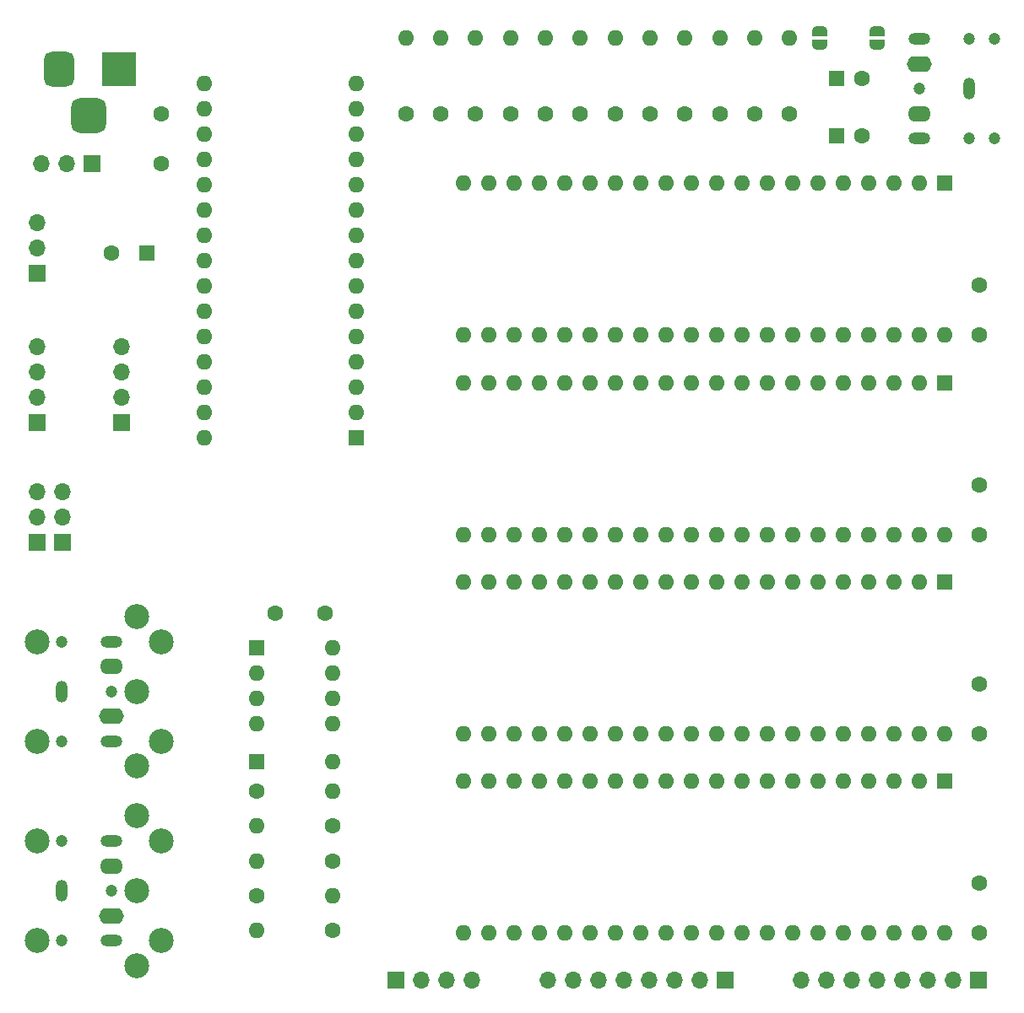
<source format=gbr>
%TF.GenerationSoftware,KiCad,Pcbnew,8.0.7*%
%TF.CreationDate,2025-07-29T19:22:15+01:00*%
%TF.ProjectId,AY-3-8910 Experimenter,41592d33-2d38-4393-9130-204578706572,rev?*%
%TF.SameCoordinates,Original*%
%TF.FileFunction,Soldermask,Top*%
%TF.FilePolarity,Negative*%
%FSLAX46Y46*%
G04 Gerber Fmt 4.6, Leading zero omitted, Abs format (unit mm)*
G04 Created by KiCad (PCBNEW 8.0.7) date 2025-07-29 19:22:15*
%MOMM*%
%LPD*%
G01*
G04 APERTURE LIST*
G04 Aperture macros list*
%AMRoundRect*
0 Rectangle with rounded corners*
0 $1 Rounding radius*
0 $2 $3 $4 $5 $6 $7 $8 $9 X,Y pos of 4 corners*
0 Add a 4 corners polygon primitive as box body*
4,1,4,$2,$3,$4,$5,$6,$7,$8,$9,$2,$3,0*
0 Add four circle primitives for the rounded corners*
1,1,$1+$1,$2,$3*
1,1,$1+$1,$4,$5*
1,1,$1+$1,$6,$7*
1,1,$1+$1,$8,$9*
0 Add four rect primitives between the rounded corners*
20,1,$1+$1,$2,$3,$4,$5,0*
20,1,$1+$1,$4,$5,$6,$7,0*
20,1,$1+$1,$6,$7,$8,$9,0*
20,1,$1+$1,$8,$9,$2,$3,0*%
%AMFreePoly0*
4,1,19,0.500000,-0.750000,0.000000,-0.750000,0.000000,-0.744911,-0.071157,-0.744911,-0.207708,-0.704816,-0.327430,-0.627875,-0.420627,-0.520320,-0.479746,-0.390866,-0.500000,-0.250000,-0.500000,0.250000,-0.479746,0.390866,-0.420627,0.520320,-0.327430,0.627875,-0.207708,0.704816,-0.071157,0.744911,0.000000,0.744911,0.000000,0.750000,0.500000,0.750000,0.500000,-0.750000,0.500000,-0.750000,
$1*%
%AMFreePoly1*
4,1,19,0.000000,0.744911,0.071157,0.744911,0.207708,0.704816,0.327430,0.627875,0.420627,0.520320,0.479746,0.390866,0.500000,0.250000,0.500000,-0.250000,0.479746,-0.390866,0.420627,-0.520320,0.327430,-0.627875,0.207708,-0.704816,0.071157,-0.744911,0.000000,-0.744911,0.000000,-0.750000,-0.500000,-0.750000,-0.500000,0.750000,0.000000,0.750000,0.000000,0.744911,0.000000,0.744911,
$1*%
G04 Aperture macros list end*
%ADD10C,1.600000*%
%ADD11O,1.600000X1.600000*%
%ADD12R,1.600000X1.600000*%
%ADD13C,2.499360*%
%ADD14C,1.200000*%
%ADD15O,1.200000X2.200000*%
%ADD16O,2.200000X1.200000*%
%ADD17O,2.300000X1.600000*%
%ADD18O,2.500000X1.600000*%
%ADD19R,1.700000X1.700000*%
%ADD20O,1.700000X1.700000*%
%ADD21R,3.500000X3.500000*%
%ADD22RoundRect,0.750000X-0.750000X-1.000000X0.750000X-1.000000X0.750000X1.000000X-0.750000X1.000000X0*%
%ADD23RoundRect,0.875000X-0.875000X-0.875000X0.875000X-0.875000X0.875000X0.875000X-0.875000X0.875000X0*%
%ADD24FreePoly0,90.000000*%
%ADD25FreePoly1,90.000000*%
G04 APERTURE END LIST*
D10*
%TO.C,C3*%
X64500000Y-65000000D03*
X64500000Y-60000000D03*
%TD*%
%TO.C,R6*%
X120500000Y-60000000D03*
D11*
X120500000Y-52380000D03*
%TD*%
D12*
%TO.C,U3*%
X143000000Y-107000000D03*
D11*
X140460000Y-107000000D03*
X137920000Y-107000000D03*
X135380000Y-107000000D03*
X132840000Y-107000000D03*
X130300000Y-107000000D03*
X127760000Y-107000000D03*
X125220000Y-107000000D03*
X122680000Y-107000000D03*
X120140000Y-107000000D03*
X117600000Y-107000000D03*
X115060000Y-107000000D03*
X112520000Y-107000000D03*
X109980000Y-107000000D03*
X107440000Y-107000000D03*
X104900000Y-107000000D03*
X102360000Y-107000000D03*
X99820000Y-107000000D03*
X97280000Y-107000000D03*
X94740000Y-107000000D03*
X94740000Y-122240000D03*
X97280000Y-122240000D03*
X99820000Y-122240000D03*
X102360000Y-122240000D03*
X104900000Y-122240000D03*
X107440000Y-122240000D03*
X109980000Y-122240000D03*
X112520000Y-122240000D03*
X115060000Y-122240000D03*
X117600000Y-122240000D03*
X120140000Y-122240000D03*
X122680000Y-122240000D03*
X125220000Y-122240000D03*
X127760000Y-122240000D03*
X130300000Y-122240000D03*
X132840000Y-122240000D03*
X135380000Y-122240000D03*
X137920000Y-122240000D03*
X140460000Y-122240000D03*
X143000000Y-122240000D03*
%TD*%
D13*
%TO.C,OUT1*%
X51992560Y-132998740D03*
D14*
X54500260Y-133000000D03*
X59500260Y-138000000D03*
X54500260Y-143000000D03*
D13*
X51992560Y-143001260D03*
X61987460Y-145498080D03*
X61990000Y-138000000D03*
D15*
X54500260Y-138000000D03*
D13*
X61987460Y-130501920D03*
D16*
X59500260Y-133000000D03*
D13*
X64489360Y-142996180D03*
X64489360Y-133003820D03*
D16*
X59500260Y-143000000D03*
D17*
X59500260Y-135500000D03*
D18*
X59500260Y-140500000D03*
%TD*%
D10*
%TO.C,R12*%
X99500000Y-60000000D03*
D11*
X99500000Y-52380000D03*
%TD*%
D10*
%TO.C,R9*%
X110000000Y-60000000D03*
D11*
X110000000Y-52380000D03*
%TD*%
D10*
%TO.C,R7*%
X124000000Y-60000000D03*
D11*
X124000000Y-52380000D03*
%TD*%
D19*
%TO.C,J4*%
X146420000Y-147000000D03*
D20*
X143880000Y-147000000D03*
X141340000Y-147000000D03*
X138800000Y-147000000D03*
X136260000Y-147000000D03*
X133720000Y-147000000D03*
X131180000Y-147000000D03*
X128640000Y-147000000D03*
%TD*%
D10*
%TO.C,R3*%
X74000000Y-138500000D03*
D11*
X81620000Y-138500000D03*
%TD*%
D10*
%TO.C,R11*%
X117000000Y-60000000D03*
D11*
X117000000Y-52380000D03*
%TD*%
D12*
%TO.C,C5*%
X132200000Y-62200000D03*
D10*
X134700000Y-62200000D03*
%TD*%
%TO.C,R15*%
X92500000Y-60000000D03*
D11*
X92500000Y-52380000D03*
%TD*%
D10*
%TO.C,C2*%
X80900000Y-110100000D03*
X75900000Y-110100000D03*
%TD*%
D12*
%TO.C,U5*%
X84000000Y-92500000D03*
D11*
X84000000Y-89960000D03*
X84000000Y-87420000D03*
X84000000Y-84880000D03*
X84000000Y-82340000D03*
X84000000Y-79800000D03*
X84000000Y-77260000D03*
X84000000Y-74720000D03*
X84000000Y-72180000D03*
X84000000Y-69640000D03*
X84000000Y-67100000D03*
X84000000Y-64560000D03*
X84000000Y-62020000D03*
X84000000Y-59480000D03*
X84000000Y-56940000D03*
X68760000Y-56940000D03*
X68760000Y-59480000D03*
X68760000Y-62020000D03*
X68760000Y-64560000D03*
X68760000Y-67100000D03*
X68760000Y-69640000D03*
X68760000Y-72180000D03*
X68760000Y-74720000D03*
X68760000Y-77260000D03*
X68760000Y-79800000D03*
X68760000Y-82340000D03*
X68760000Y-84880000D03*
X68760000Y-87420000D03*
X68760000Y-89960000D03*
X68760000Y-92500000D03*
%TD*%
D10*
%TO.C,C7*%
X146500000Y-102240000D03*
X146500000Y-97240000D03*
%TD*%
D12*
%TO.C,D1*%
X74000000Y-125000000D03*
D11*
X81620000Y-125000000D03*
%TD*%
D12*
%TO.C,U2*%
X143000000Y-87000000D03*
D11*
X140460000Y-87000000D03*
X137920000Y-87000000D03*
X135380000Y-87000000D03*
X132840000Y-87000000D03*
X130300000Y-87000000D03*
X127760000Y-87000000D03*
X125220000Y-87000000D03*
X122680000Y-87000000D03*
X120140000Y-87000000D03*
X117600000Y-87000000D03*
X115060000Y-87000000D03*
X112520000Y-87000000D03*
X109980000Y-87000000D03*
X107440000Y-87000000D03*
X104900000Y-87000000D03*
X102360000Y-87000000D03*
X99820000Y-87000000D03*
X97280000Y-87000000D03*
X94740000Y-87000000D03*
X94740000Y-102240000D03*
X97280000Y-102240000D03*
X99820000Y-102240000D03*
X102360000Y-102240000D03*
X104900000Y-102240000D03*
X107440000Y-102240000D03*
X109980000Y-102240000D03*
X112520000Y-102240000D03*
X115060000Y-102240000D03*
X117600000Y-102240000D03*
X120140000Y-102240000D03*
X122680000Y-102240000D03*
X125220000Y-102240000D03*
X127760000Y-102240000D03*
X130300000Y-102240000D03*
X132840000Y-102240000D03*
X135380000Y-102240000D03*
X137920000Y-102240000D03*
X140460000Y-102240000D03*
X143000000Y-102240000D03*
%TD*%
D10*
%TO.C,C6*%
X146500000Y-82240000D03*
X146500000Y-77240000D03*
%TD*%
%TO.C,R13*%
X103000000Y-60000000D03*
D11*
X103000000Y-52380000D03*
%TD*%
D13*
%TO.C,IN1*%
X51992560Y-112998740D03*
D14*
X54500260Y-113000000D03*
X59500260Y-118000000D03*
X54500260Y-123000000D03*
D13*
X51992560Y-123001260D03*
X61987460Y-125498080D03*
X61990000Y-118000000D03*
D15*
X54500260Y-118000000D03*
D13*
X61987460Y-110501920D03*
D16*
X59500260Y-113000000D03*
D13*
X64489360Y-122996180D03*
X64489360Y-113003820D03*
D16*
X59500260Y-123000000D03*
D17*
X59500260Y-115500000D03*
D18*
X59500260Y-120500000D03*
%TD*%
D10*
%TO.C,R8*%
X127500000Y-60000000D03*
D11*
X127500000Y-52380000D03*
%TD*%
D12*
%TO.C,C1*%
X63000000Y-74000000D03*
D10*
X59500000Y-74000000D03*
%TD*%
D19*
%TO.C,J1*%
X52000000Y-76000000D03*
D20*
X52000000Y-73460000D03*
X52000000Y-70920000D03*
%TD*%
D10*
%TO.C,R2*%
X74000000Y-128000000D03*
D11*
X81620000Y-128000000D03*
%TD*%
D10*
%TO.C,R16*%
X96000000Y-60000000D03*
D11*
X96000000Y-52380000D03*
%TD*%
D19*
%TO.C,J6*%
X54540000Y-103000000D03*
D20*
X54540000Y-100460000D03*
X54540000Y-97920000D03*
%TD*%
D12*
%TO.C,C4*%
X132200000Y-56500000D03*
D10*
X134700000Y-56500000D03*
%TD*%
%TO.C,C8*%
X146500000Y-122240000D03*
X146500000Y-117240000D03*
%TD*%
%TO.C,R14*%
X106500000Y-60000000D03*
D11*
X106500000Y-52380000D03*
%TD*%
D12*
%TO.C,U6*%
X74000000Y-113600000D03*
D11*
X74000000Y-116140000D03*
X74000000Y-118680000D03*
X74000000Y-121220000D03*
X81620000Y-121220000D03*
X81620000Y-118680000D03*
X81620000Y-116140000D03*
X81620000Y-113600000D03*
%TD*%
D19*
%TO.C,J10*%
X60500000Y-91000000D03*
D20*
X60500000Y-88460000D03*
X60500000Y-85920000D03*
X60500000Y-83380000D03*
%TD*%
D19*
%TO.C,J8*%
X121020000Y-147000000D03*
D20*
X118480000Y-147000000D03*
X115940000Y-147000000D03*
X113400000Y-147000000D03*
X110860000Y-147000000D03*
X108320000Y-147000000D03*
X105780000Y-147000000D03*
X103240000Y-147000000D03*
%TD*%
D10*
%TO.C,R17*%
X89000000Y-60000000D03*
D11*
X89000000Y-52380000D03*
%TD*%
D21*
%TO.C,J5*%
X60225000Y-55500000D03*
D22*
X54225000Y-55500000D03*
D23*
X57225000Y-60200000D03*
%TD*%
D10*
%TO.C,R5*%
X81620000Y-135000000D03*
D11*
X74000000Y-135000000D03*
%TD*%
D19*
%TO.C,J2*%
X52000000Y-91000000D03*
D20*
X52000000Y-88460000D03*
X52000000Y-85920000D03*
X52000000Y-83380000D03*
%TD*%
D24*
%TO.C,JP1*%
X130500000Y-53050000D03*
D25*
X130500000Y-51750000D03*
%TD*%
D12*
%TO.C,U1*%
X143000000Y-67000000D03*
D11*
X140460000Y-67000000D03*
X137920000Y-67000000D03*
X135380000Y-67000000D03*
X132840000Y-67000000D03*
X130300000Y-67000000D03*
X127760000Y-67000000D03*
X125220000Y-67000000D03*
X122680000Y-67000000D03*
X120140000Y-67000000D03*
X117600000Y-67000000D03*
X115060000Y-67000000D03*
X112520000Y-67000000D03*
X109980000Y-67000000D03*
X107440000Y-67000000D03*
X104900000Y-67000000D03*
X102360000Y-67000000D03*
X99820000Y-67000000D03*
X97280000Y-67000000D03*
X94740000Y-67000000D03*
X94740000Y-82240000D03*
X97280000Y-82240000D03*
X99820000Y-82240000D03*
X102360000Y-82240000D03*
X104900000Y-82240000D03*
X107440000Y-82240000D03*
X109980000Y-82240000D03*
X112520000Y-82240000D03*
X115060000Y-82240000D03*
X117600000Y-82240000D03*
X120140000Y-82240000D03*
X122680000Y-82240000D03*
X125220000Y-82240000D03*
X127760000Y-82240000D03*
X130300000Y-82240000D03*
X132840000Y-82240000D03*
X135380000Y-82240000D03*
X137920000Y-82240000D03*
X140460000Y-82240000D03*
X143000000Y-82240000D03*
%TD*%
D14*
%TO.C,J3*%
X145500000Y-62500000D03*
X148000000Y-62500000D03*
X140500000Y-57500000D03*
X145500000Y-52500000D03*
X148000000Y-52500000D03*
D16*
X140500000Y-62500000D03*
D17*
X140500000Y-60000000D03*
D15*
X145500000Y-57500000D03*
D16*
X140500000Y-52500000D03*
D18*
X140500000Y-55000000D03*
%TD*%
D19*
%TO.C,SW1*%
X57500000Y-65000000D03*
D20*
X54960000Y-65000000D03*
X52420000Y-65000000D03*
%TD*%
D10*
%TO.C,C9*%
X146500000Y-142240000D03*
X146500000Y-137240000D03*
%TD*%
%TO.C,R10*%
X113500000Y-60000000D03*
D11*
X113500000Y-52380000D03*
%TD*%
D12*
%TO.C,U4*%
X143000000Y-127000000D03*
D11*
X140460000Y-127000000D03*
X137920000Y-127000000D03*
X135380000Y-127000000D03*
X132840000Y-127000000D03*
X130300000Y-127000000D03*
X127760000Y-127000000D03*
X125220000Y-127000000D03*
X122680000Y-127000000D03*
X120140000Y-127000000D03*
X117600000Y-127000000D03*
X115060000Y-127000000D03*
X112520000Y-127000000D03*
X109980000Y-127000000D03*
X107440000Y-127000000D03*
X104900000Y-127000000D03*
X102360000Y-127000000D03*
X99820000Y-127000000D03*
X97280000Y-127000000D03*
X94740000Y-127000000D03*
X94740000Y-142240000D03*
X97280000Y-142240000D03*
X99820000Y-142240000D03*
X102360000Y-142240000D03*
X104900000Y-142240000D03*
X107440000Y-142240000D03*
X109980000Y-142240000D03*
X112520000Y-142240000D03*
X115060000Y-142240000D03*
X117600000Y-142240000D03*
X120140000Y-142240000D03*
X122680000Y-142240000D03*
X125220000Y-142240000D03*
X127760000Y-142240000D03*
X130300000Y-142240000D03*
X132840000Y-142240000D03*
X135380000Y-142240000D03*
X137920000Y-142240000D03*
X140460000Y-142240000D03*
X143000000Y-142240000D03*
%TD*%
D24*
%TO.C,JP2*%
X136300000Y-53050000D03*
D25*
X136300000Y-51750000D03*
%TD*%
D10*
%TO.C,R4*%
X81620000Y-131500000D03*
D11*
X74000000Y-131500000D03*
%TD*%
D19*
%TO.C,J7*%
X52000000Y-103000000D03*
D20*
X52000000Y-100460000D03*
X52000000Y-97920000D03*
%TD*%
D10*
%TO.C,R1*%
X81620000Y-142000000D03*
D11*
X74000000Y-142000000D03*
%TD*%
D19*
%TO.C,J9*%
X88000000Y-147000000D03*
D20*
X90540000Y-147000000D03*
X93080000Y-147000000D03*
X95620000Y-147000000D03*
%TD*%
M02*

</source>
